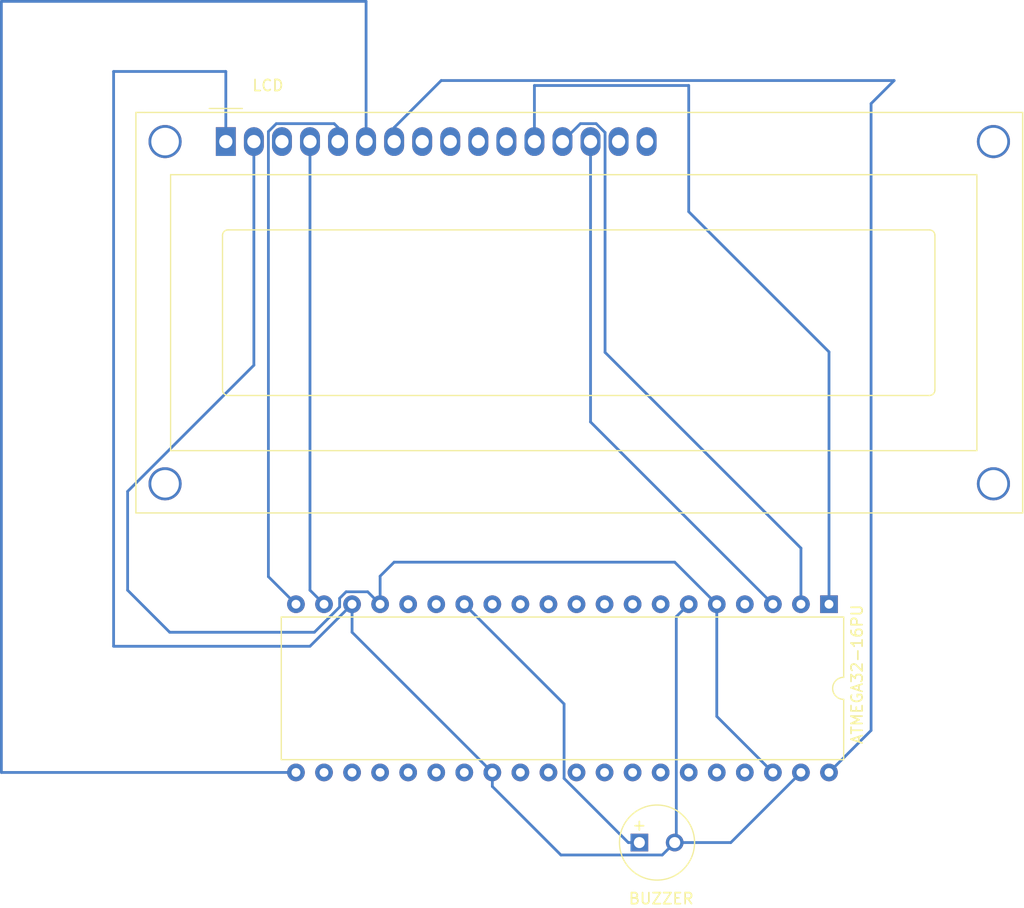
<source format=kicad_pcb>
(kicad_pcb (version 20171130) (host pcbnew "(5.1.9)-1")

  (general
    (thickness 1.6)
    (drawings 0)
    (tracks 67)
    (zones 0)
    (modules 3)
    (nets 43)
  )

  (page A4)
  (layers
    (0 F.Cu signal)
    (31 B.Cu signal)
    (32 B.Adhes user)
    (33 F.Adhes user)
    (34 B.Paste user)
    (35 F.Paste user)
    (36 B.SilkS user)
    (37 F.SilkS user)
    (38 B.Mask user)
    (39 F.Mask user)
    (40 Dwgs.User user)
    (41 Cmts.User user)
    (42 Eco1.User user)
    (43 Eco2.User user)
    (44 Edge.Cuts user)
    (45 Margin user)
    (46 B.CrtYd user)
    (47 F.CrtYd user)
    (48 B.Fab user)
    (49 F.Fab user)
  )

  (setup
    (last_trace_width 0.25)
    (trace_clearance 0.2)
    (zone_clearance 0.508)
    (zone_45_only no)
    (trace_min 0.2)
    (via_size 0.8)
    (via_drill 0.4)
    (via_min_size 0.4)
    (via_min_drill 0.3)
    (uvia_size 0.3)
    (uvia_drill 0.1)
    (uvias_allowed no)
    (uvia_min_size 0.2)
    (uvia_min_drill 0.1)
    (edge_width 0.05)
    (segment_width 0.2)
    (pcb_text_width 0.3)
    (pcb_text_size 1.5 1.5)
    (mod_edge_width 0.12)
    (mod_text_size 1 1)
    (mod_text_width 0.15)
    (pad_size 1.524 1.524)
    (pad_drill 0.762)
    (pad_to_mask_clearance 0)
    (aux_axis_origin 0 0)
    (visible_elements FFFFFF7F)
    (pcbplotparams
      (layerselection 0x010fc_ffffffff)
      (usegerberextensions false)
      (usegerberattributes true)
      (usegerberadvancedattributes true)
      (creategerberjobfile true)
      (excludeedgelayer true)
      (linewidth 0.100000)
      (plotframeref false)
      (viasonmask false)
      (mode 1)
      (useauxorigin false)
      (hpglpennumber 1)
      (hpglpenspeed 20)
      (hpglpendiameter 15.000000)
      (psnegative false)
      (psa4output false)
      (plotreference true)
      (plotvalue true)
      (plotinvisibletext false)
      (padsonsilk false)
      (subtractmaskfromsilk false)
      (outputformat 1)
      (mirror false)
      (drillshape 1)
      (scaleselection 1)
      (outputdirectory ""))
  )

  (net 0 "")
  (net 1 GND)
  (net 2 "Net-(BZ1-Pad1)")
  (net 3 "Net-(DS1-Pad16)")
  (net 4 "Net-(DS1-Pad15)")
  (net 5 "Net-(DS1-Pad14)")
  (net 6 "Net-(DS1-Pad13)")
  (net 7 "Net-(DS1-Pad12)")
  (net 8 "Net-(DS1-Pad11)")
  (net 9 "Net-(DS1-Pad10)")
  (net 10 "Net-(DS1-Pad9)")
  (net 11 "Net-(DS1-Pad8)")
  (net 12 "Net-(DS1-Pad7)")
  (net 13 "Net-(DS1-Pad6)")
  (net 14 "Net-(DS1-Pad5)")
  (net 15 "Net-(DS1-Pad4)")
  (net 16 "Net-(DS1-Pad3)")
  (net 17 VCC)
  (net 18 "Net-(U1-Pad37)")
  (net 19 "Net-(U1-Pad36)")
  (net 20 "Net-(U1-Pad35)")
  (net 21 "Net-(U1-Pad34)")
  (net 22 "Net-(U1-Pad33)")
  (net 23 "Net-(U1-Pad32)")
  (net 24 "Net-(U1-Pad31)")
  (net 25 "Net-(U1-Pad30)")
  (net 26 "Net-(U1-Pad29)")
  (net 27 "Net-(U1-Pad27)")
  (net 28 "Net-(U1-Pad26)")
  (net 29 "Net-(U1-Pad25)")
  (net 30 "Net-(U1-Pad24)")
  (net 31 "Net-(U1-Pad23)")
  (net 32 "Net-(U1-Pad22)")
  (net 33 "Net-(U1-Pad16)")
  (net 34 "Net-(U1-Pad15)")
  (net 35 "Net-(U1-Pad13)")
  (net 36 "Net-(U1-Pad12)")
  (net 37 "Net-(U1-Pad11)")
  (net 38 "Net-(U1-Pad10)")
  (net 39 "Net-(U1-Pad9)")
  (net 40 "Net-(U1-Pad8)")
  (net 41 "Net-(U1-Pad7)")
  (net 42 "Net-(U1-Pad4)")

  (net_class Default "This is the default net class."
    (clearance 0.2)
    (trace_width 0.25)
    (via_dia 0.8)
    (via_drill 0.4)
    (uvia_dia 0.3)
    (uvia_drill 0.1)
    (add_net GND)
    (add_net "Net-(BZ1-Pad1)")
    (add_net "Net-(DS1-Pad10)")
    (add_net "Net-(DS1-Pad11)")
    (add_net "Net-(DS1-Pad12)")
    (add_net "Net-(DS1-Pad13)")
    (add_net "Net-(DS1-Pad14)")
    (add_net "Net-(DS1-Pad15)")
    (add_net "Net-(DS1-Pad16)")
    (add_net "Net-(DS1-Pad3)")
    (add_net "Net-(DS1-Pad4)")
    (add_net "Net-(DS1-Pad5)")
    (add_net "Net-(DS1-Pad6)")
    (add_net "Net-(DS1-Pad7)")
    (add_net "Net-(DS1-Pad8)")
    (add_net "Net-(DS1-Pad9)")
    (add_net "Net-(U1-Pad10)")
    (add_net "Net-(U1-Pad11)")
    (add_net "Net-(U1-Pad12)")
    (add_net "Net-(U1-Pad13)")
    (add_net "Net-(U1-Pad15)")
    (add_net "Net-(U1-Pad16)")
    (add_net "Net-(U1-Pad22)")
    (add_net "Net-(U1-Pad23)")
    (add_net "Net-(U1-Pad24)")
    (add_net "Net-(U1-Pad25)")
    (add_net "Net-(U1-Pad26)")
    (add_net "Net-(U1-Pad27)")
    (add_net "Net-(U1-Pad29)")
    (add_net "Net-(U1-Pad30)")
    (add_net "Net-(U1-Pad31)")
    (add_net "Net-(U1-Pad32)")
    (add_net "Net-(U1-Pad33)")
    (add_net "Net-(U1-Pad34)")
    (add_net "Net-(U1-Pad35)")
    (add_net "Net-(U1-Pad36)")
    (add_net "Net-(U1-Pad37)")
    (add_net "Net-(U1-Pad4)")
    (add_net "Net-(U1-Pad7)")
    (add_net "Net-(U1-Pad8)")
    (add_net "Net-(U1-Pad9)")
    (add_net VCC)
  )

  (module Package_DIP:DIP-40_W15.24mm (layer F.Cu) (tedit 5A02E8C5) (tstamp 60804D5D)
    (at 180.34 105.41 270)
    (descr "40-lead though-hole mounted DIP package, row spacing 15.24 mm (600 mils)")
    (tags "THT DIP DIL PDIP 2.54mm 15.24mm 600mil")
    (path /607FD81F)
    (fp_text reference ATMEGA32-16PU (at 6.35 -2.54 90) (layer F.SilkS)
      (effects (font (size 1 1) (thickness 0.15)))
    )
    (fp_text value ATmega32-16AU (at 0 7.45 90) (layer F.Fab)
      (effects (font (size 1 1) (thickness 0.15)))
    )
    (fp_text user %R (at 0 0 90) (layer F.Fab)
      (effects (font (size 1 1) (thickness 0.15)))
    )
    (fp_arc (start 7.62 -1.33) (end 6.62 -1.33) (angle -180) (layer F.SilkS) (width 0.12))
    (fp_line (start 1.255 -1.27) (end 14.985 -1.27) (layer F.Fab) (width 0.1))
    (fp_line (start 14.985 -1.27) (end 14.985 49.53) (layer F.Fab) (width 0.1))
    (fp_line (start 14.985 49.53) (end 0.255 49.53) (layer F.Fab) (width 0.1))
    (fp_line (start 0.255 49.53) (end 0.255 -0.27) (layer F.Fab) (width 0.1))
    (fp_line (start 0.255 -0.27) (end 1.255 -1.27) (layer F.Fab) (width 0.1))
    (fp_line (start 6.62 -1.33) (end 1.16 -1.33) (layer F.SilkS) (width 0.12))
    (fp_line (start 1.16 -1.33) (end 1.16 49.59) (layer F.SilkS) (width 0.12))
    (fp_line (start 1.16 49.59) (end 14.08 49.59) (layer F.SilkS) (width 0.12))
    (fp_line (start 14.08 49.59) (end 14.08 -1.33) (layer F.SilkS) (width 0.12))
    (fp_line (start 14.08 -1.33) (end 8.62 -1.33) (layer F.SilkS) (width 0.12))
    (fp_line (start -1.05 -1.55) (end -1.05 49.8) (layer F.CrtYd) (width 0.05))
    (fp_line (start -1.05 49.8) (end 16.3 49.8) (layer F.CrtYd) (width 0.05))
    (fp_line (start 16.3 49.8) (end 16.3 -1.55) (layer F.CrtYd) (width 0.05))
    (fp_line (start 16.3 -1.55) (end -1.05 -1.55) (layer F.CrtYd) (width 0.05))
    (pad 40 thru_hole oval (at 15.24 0 270) (size 1.6 1.6) (drill 0.8) (layers *.Cu *.Mask)
      (net 12 "Net-(DS1-Pad7)"))
    (pad 20 thru_hole oval (at 0 48.26 270) (size 1.6 1.6) (drill 0.8) (layers *.Cu *.Mask)
      (net 14 "Net-(DS1-Pad5)"))
    (pad 39 thru_hole oval (at 15.24 2.54 270) (size 1.6 1.6) (drill 0.8) (layers *.Cu *.Mask)
      (net 1 GND))
    (pad 19 thru_hole oval (at 0 45.72 270) (size 1.6 1.6) (drill 0.8) (layers *.Cu *.Mask)
      (net 15 "Net-(DS1-Pad4)"))
    (pad 38 thru_hole oval (at 15.24 5.08 270) (size 1.6 1.6) (drill 0.8) (layers *.Cu *.Mask)
      (net 17 VCC))
    (pad 18 thru_hole oval (at 0 43.18 270) (size 1.6 1.6) (drill 0.8) (layers *.Cu *.Mask)
      (net 1 GND))
    (pad 37 thru_hole oval (at 15.24 7.62 270) (size 1.6 1.6) (drill 0.8) (layers *.Cu *.Mask)
      (net 18 "Net-(U1-Pad37)"))
    (pad 17 thru_hole oval (at 0 40.64 270) (size 1.6 1.6) (drill 0.8) (layers *.Cu *.Mask)
      (net 17 VCC))
    (pad 36 thru_hole oval (at 15.24 10.16 270) (size 1.6 1.6) (drill 0.8) (layers *.Cu *.Mask)
      (net 19 "Net-(U1-Pad36)"))
    (pad 16 thru_hole oval (at 0 38.1 270) (size 1.6 1.6) (drill 0.8) (layers *.Cu *.Mask)
      (net 33 "Net-(U1-Pad16)"))
    (pad 35 thru_hole oval (at 15.24 12.7 270) (size 1.6 1.6) (drill 0.8) (layers *.Cu *.Mask)
      (net 20 "Net-(U1-Pad35)"))
    (pad 15 thru_hole oval (at 0 35.56 270) (size 1.6 1.6) (drill 0.8) (layers *.Cu *.Mask)
      (net 34 "Net-(U1-Pad15)"))
    (pad 34 thru_hole oval (at 15.24 15.24 270) (size 1.6 1.6) (drill 0.8) (layers *.Cu *.Mask)
      (net 21 "Net-(U1-Pad34)"))
    (pad 14 thru_hole oval (at 0 33.02 270) (size 1.6 1.6) (drill 0.8) (layers *.Cu *.Mask)
      (net 2 "Net-(BZ1-Pad1)"))
    (pad 33 thru_hole oval (at 15.24 17.78 270) (size 1.6 1.6) (drill 0.8) (layers *.Cu *.Mask)
      (net 22 "Net-(U1-Pad33)"))
    (pad 13 thru_hole oval (at 0 30.48 270) (size 1.6 1.6) (drill 0.8) (layers *.Cu *.Mask)
      (net 35 "Net-(U1-Pad13)"))
    (pad 32 thru_hole oval (at 15.24 20.32 270) (size 1.6 1.6) (drill 0.8) (layers *.Cu *.Mask)
      (net 23 "Net-(U1-Pad32)"))
    (pad 12 thru_hole oval (at 0 27.94 270) (size 1.6 1.6) (drill 0.8) (layers *.Cu *.Mask)
      (net 36 "Net-(U1-Pad12)"))
    (pad 31 thru_hole oval (at 15.24 22.86 270) (size 1.6 1.6) (drill 0.8) (layers *.Cu *.Mask)
      (net 24 "Net-(U1-Pad31)"))
    (pad 11 thru_hole oval (at 0 25.4 270) (size 1.6 1.6) (drill 0.8) (layers *.Cu *.Mask)
      (net 37 "Net-(U1-Pad11)"))
    (pad 30 thru_hole oval (at 15.24 25.4 270) (size 1.6 1.6) (drill 0.8) (layers *.Cu *.Mask)
      (net 25 "Net-(U1-Pad30)"))
    (pad 10 thru_hole oval (at 0 22.86 270) (size 1.6 1.6) (drill 0.8) (layers *.Cu *.Mask)
      (net 38 "Net-(U1-Pad10)"))
    (pad 29 thru_hole oval (at 15.24 27.94 270) (size 1.6 1.6) (drill 0.8) (layers *.Cu *.Mask)
      (net 26 "Net-(U1-Pad29)"))
    (pad 9 thru_hole oval (at 0 20.32 270) (size 1.6 1.6) (drill 0.8) (layers *.Cu *.Mask)
      (net 39 "Net-(U1-Pad9)"))
    (pad 28 thru_hole oval (at 15.24 30.48 270) (size 1.6 1.6) (drill 0.8) (layers *.Cu *.Mask)
      (net 1 GND))
    (pad 8 thru_hole oval (at 0 17.78 270) (size 1.6 1.6) (drill 0.8) (layers *.Cu *.Mask)
      (net 40 "Net-(U1-Pad8)"))
    (pad 27 thru_hole oval (at 15.24 33.02 270) (size 1.6 1.6) (drill 0.8) (layers *.Cu *.Mask)
      (net 27 "Net-(U1-Pad27)"))
    (pad 7 thru_hole oval (at 0 15.24 270) (size 1.6 1.6) (drill 0.8) (layers *.Cu *.Mask)
      (net 41 "Net-(U1-Pad7)"))
    (pad 26 thru_hole oval (at 15.24 35.56 270) (size 1.6 1.6) (drill 0.8) (layers *.Cu *.Mask)
      (net 28 "Net-(U1-Pad26)"))
    (pad 6 thru_hole oval (at 0 12.7 270) (size 1.6 1.6) (drill 0.8) (layers *.Cu *.Mask)
      (net 1 GND))
    (pad 25 thru_hole oval (at 15.24 38.1 270) (size 1.6 1.6) (drill 0.8) (layers *.Cu *.Mask)
      (net 29 "Net-(U1-Pad25)"))
    (pad 5 thru_hole oval (at 0 10.16 270) (size 1.6 1.6) (drill 0.8) (layers *.Cu *.Mask)
      (net 17 VCC))
    (pad 24 thru_hole oval (at 15.24 40.64 270) (size 1.6 1.6) (drill 0.8) (layers *.Cu *.Mask)
      (net 30 "Net-(U1-Pad24)"))
    (pad 4 thru_hole oval (at 0 7.62 270) (size 1.6 1.6) (drill 0.8) (layers *.Cu *.Mask)
      (net 42 "Net-(U1-Pad4)"))
    (pad 23 thru_hole oval (at 15.24 43.18 270) (size 1.6 1.6) (drill 0.8) (layers *.Cu *.Mask)
      (net 31 "Net-(U1-Pad23)"))
    (pad 3 thru_hole oval (at 0 5.08 270) (size 1.6 1.6) (drill 0.8) (layers *.Cu *.Mask)
      (net 5 "Net-(DS1-Pad14)"))
    (pad 22 thru_hole oval (at 15.24 45.72 270) (size 1.6 1.6) (drill 0.8) (layers *.Cu *.Mask)
      (net 32 "Net-(U1-Pad22)"))
    (pad 2 thru_hole oval (at 0 2.54 270) (size 1.6 1.6) (drill 0.8) (layers *.Cu *.Mask)
      (net 6 "Net-(DS1-Pad13)"))
    (pad 21 thru_hole oval (at 15.24 48.26 270) (size 1.6 1.6) (drill 0.8) (layers *.Cu *.Mask)
      (net 13 "Net-(DS1-Pad6)"))
    (pad 1 thru_hole rect (at 0 0 270) (size 1.6 1.6) (drill 0.8) (layers *.Cu *.Mask)
      (net 7 "Net-(DS1-Pad12)"))
    (model ${KISYS3DMOD}/Package_DIP.3dshapes/DIP-40_W15.24mm.wrl
      (at (xyz 0 0 0))
      (scale (xyz 1 1 1))
      (rotate (xyz 0 0 0))
    )
  )

  (module Display:WC1602A (layer F.Cu) (tedit 5A02FE80) (tstamp 60804D1A)
    (at 125.73 63.5)
    (descr "LCD 16x2 http://www.wincomlcd.com/pdf/WC1602A-SFYLYHTC06.pdf")
    (tags "LCD 16x2 Alphanumeric 16pin")
    (path /60800407)
    (fp_text reference LCD (at 3.81 -5.08) (layer F.SilkS)
      (effects (font (size 1 1) (thickness 0.15)))
    )
    (fp_text value WC1602A (at -4.31 34.66) (layer F.Fab)
      (effects (font (size 1 1) (thickness 0.15)))
    )
    (fp_arc (start 0.20066 8.49884) (end -0.29972 8.49884) (angle 90) (layer F.SilkS) (width 0.12))
    (fp_arc (start 0.20066 22.49932) (end 0.20066 22.9997) (angle 90) (layer F.SilkS) (width 0.12))
    (fp_arc (start 63.70066 22.49932) (end 64.20104 22.49932) (angle 90) (layer F.SilkS) (width 0.12))
    (fp_arc (start 63.7 8.5) (end 63.7 8) (angle 90) (layer F.SilkS) (width 0.12))
    (fp_text user %R (at 30.37 14.74) (layer F.Fab)
      (effects (font (size 1 1) (thickness 0.1)))
    )
    (fp_line (start -8.14 33.64) (end 72.14 33.64) (layer F.SilkS) (width 0.12))
    (fp_line (start 72.14 33.64) (end 72.14 -2.64) (layer F.SilkS) (width 0.12))
    (fp_line (start 72.14 -2.64) (end -7.34 -2.64) (layer F.SilkS) (width 0.12))
    (fp_line (start -8.14 -2.64) (end -8.14 33.64) (layer F.SilkS) (width 0.12))
    (fp_line (start -8.13 -2.64) (end -7.34 -2.64) (layer F.SilkS) (width 0.12))
    (fp_line (start -8.25 -2.75) (end -8.25 33.75) (layer F.CrtYd) (width 0.05))
    (fp_line (start -8.25 33.75) (end 72.25 33.75) (layer F.CrtYd) (width 0.05))
    (fp_line (start 72.25 -2.75) (end 72.25 33.75) (layer F.CrtYd) (width 0.05))
    (fp_line (start -1.5 -3) (end 1.5 -3) (layer F.SilkS) (width 0.12))
    (fp_line (start -8.25 -2.75) (end 72.25 -2.75) (layer F.CrtYd) (width 0.05))
    (fp_line (start 1 -2.5) (end 0 -1.5) (layer F.Fab) (width 0.1))
    (fp_line (start 0 -1.5) (end -1 -2.5) (layer F.Fab) (width 0.1))
    (fp_line (start -1 -2.5) (end -8 -2.5) (layer F.Fab) (width 0.1))
    (fp_line (start 0.2 8) (end 63.7 8) (layer F.SilkS) (width 0.12))
    (fp_line (start -0.29972 22.49932) (end -0.29972 8.5) (layer F.SilkS) (width 0.12))
    (fp_line (start 63.70066 23) (end 0.2 23) (layer F.SilkS) (width 0.12))
    (fp_line (start 64.2 8.5) (end 64.2 22.5) (layer F.SilkS) (width 0.12))
    (fp_line (start -5 3) (end 68 3) (layer F.SilkS) (width 0.12))
    (fp_line (start 68 3) (end 68 28) (layer F.SilkS) (width 0.12))
    (fp_line (start 68 28) (end -5 28) (layer F.SilkS) (width 0.12))
    (fp_line (start -5 28) (end -5 3) (layer F.SilkS) (width 0.12))
    (fp_line (start 1 -2.5) (end 72 -2.5) (layer F.Fab) (width 0.1))
    (fp_line (start 72 -2.5) (end 72 33.5) (layer F.Fab) (width 0.1))
    (fp_line (start 72 33.5) (end -8 33.5) (layer F.Fab) (width 0.1))
    (fp_line (start -8 33.5) (end -8 -2.5) (layer F.Fab) (width 0.1))
    (pad "" thru_hole circle (at 69.5 0) (size 3 3) (drill 2.5) (layers *.Cu *.Mask))
    (pad "" thru_hole circle (at 69.49948 31.0007) (size 3 3) (drill 2.5) (layers *.Cu *.Mask))
    (pad "" thru_hole circle (at -5.4991 31.0007) (size 3 3) (drill 2.5) (layers *.Cu *.Mask))
    (pad "" thru_hole circle (at -5.4991 0) (size 3 3) (drill 2.5) (layers *.Cu *.Mask))
    (pad 16 thru_hole oval (at 38.1 0) (size 1.8 2.6) (drill 1.2) (layers *.Cu *.Mask)
      (net 3 "Net-(DS1-Pad16)"))
    (pad 15 thru_hole oval (at 35.56 0) (size 1.8 2.6) (drill 1.2) (layers *.Cu *.Mask)
      (net 4 "Net-(DS1-Pad15)"))
    (pad 14 thru_hole oval (at 33.02 0) (size 1.8 2.6) (drill 1.2) (layers *.Cu *.Mask)
      (net 5 "Net-(DS1-Pad14)"))
    (pad 13 thru_hole oval (at 30.48 0) (size 1.8 2.6) (drill 1.2) (layers *.Cu *.Mask)
      (net 6 "Net-(DS1-Pad13)"))
    (pad 12 thru_hole oval (at 27.94 0) (size 1.8 2.6) (drill 1.2) (layers *.Cu *.Mask)
      (net 7 "Net-(DS1-Pad12)"))
    (pad 11 thru_hole oval (at 25.4 0) (size 1.8 2.6) (drill 1.2) (layers *.Cu *.Mask)
      (net 8 "Net-(DS1-Pad11)"))
    (pad 10 thru_hole oval (at 22.86 0) (size 1.8 2.6) (drill 1.2) (layers *.Cu *.Mask)
      (net 9 "Net-(DS1-Pad10)"))
    (pad 9 thru_hole oval (at 20.32 0) (size 1.8 2.6) (drill 1.2) (layers *.Cu *.Mask)
      (net 10 "Net-(DS1-Pad9)"))
    (pad 8 thru_hole oval (at 17.78 0) (size 1.8 2.6) (drill 1.2) (layers *.Cu *.Mask)
      (net 11 "Net-(DS1-Pad8)"))
    (pad 7 thru_hole oval (at 15.24 0) (size 1.8 2.6) (drill 1.2) (layers *.Cu *.Mask)
      (net 12 "Net-(DS1-Pad7)"))
    (pad 6 thru_hole oval (at 12.7 0) (size 1.8 2.6) (drill 1.2) (layers *.Cu *.Mask)
      (net 13 "Net-(DS1-Pad6)"))
    (pad 5 thru_hole oval (at 10.16 0) (size 1.8 2.6) (drill 1.2) (layers *.Cu *.Mask)
      (net 14 "Net-(DS1-Pad5)"))
    (pad 4 thru_hole oval (at 7.62 0) (size 1.8 2.6) (drill 1.2) (layers *.Cu *.Mask)
      (net 15 "Net-(DS1-Pad4)"))
    (pad 3 thru_hole oval (at 5.08 0) (size 1.8 2.6) (drill 1.2) (layers *.Cu *.Mask)
      (net 16 "Net-(DS1-Pad3)"))
    (pad 2 thru_hole oval (at 2.54 0) (size 1.8 2.6) (drill 1.2) (layers *.Cu *.Mask)
      (net 17 VCC))
    (pad 1 thru_hole rect (at 0 0) (size 1.8 2.6) (drill 1.2) (layers *.Cu *.Mask)
      (net 1 GND))
    (model ${KISYS3DMOD}/Display.3dshapes/WC1602A.wrl
      (at (xyz 0 0 0))
      (scale (xyz 1 1 1))
      (rotate (xyz 0 0 0))
    )
  )

  (module Buzzer_Beeper:MagneticBuzzer_Kingstate_KCG0601 (layer F.Cu) (tedit 5A030281) (tstamp 60804CE4)
    (at 163.17 127)
    (descr "Buzzer, Elektromagnetic Beeper, Summer,")
    (tags "Kingstate KCG0601 ")
    (path /607FECD0)
    (fp_text reference " BUZZER" (at 1.6 5.08) (layer F.SilkS)
      (effects (font (size 1 1) (thickness 0.15)))
    )
    (fp_text value Buzzer (at 1.6 4.4) (layer F.Fab)
      (effects (font (size 1 1) (thickness 0.15)))
    )
    (fp_text user %R (at 1.6 -4.2) (layer F.Fab)
      (effects (font (size 1 1) (thickness 0.15)))
    )
    (fp_text user + (at 0 -1.6) (layer F.Fab)
      (effects (font (size 1 1) (thickness 0.15)))
    )
    (fp_text user + (at 0 -1.6) (layer F.SilkS)
      (effects (font (size 1 1) (thickness 0.15)))
    )
    (fp_circle (center 1.6 0) (end 5.15 0) (layer F.CrtYd) (width 0.05))
    (fp_circle (center 1.6 0) (end 4.9 0) (layer F.Fab) (width 0.1))
    (fp_circle (center 1.6 0) (end 2.4 0) (layer F.Fab) (width 0.1))
    (fp_circle (center 1.6 0) (end 5 0) (layer F.SilkS) (width 0.12))
    (pad 2 thru_hole circle (at 3.2 0) (size 1.6 1.6) (drill 1) (layers *.Cu *.Mask)
      (net 1 GND))
    (pad 1 thru_hole rect (at 0 0) (size 1.6 1.6) (drill 1) (layers *.Cu *.Mask)
      (net 2 "Net-(BZ1-Pad1)"))
    (model ${KISYS3DMOD}/Buzzer_Beeper.3dshapes/MagneticBuzzer_Kingstate_KCG0601.wrl
      (at (xyz 0 0 0))
      (scale (xyz 1 1 1))
      (rotate (xyz 0 0 0))
    )
  )

  (segment (start 125.73 63.5) (end 125.73 57.15) (width 0.25) (layer B.Cu) (net 1))
  (segment (start 125.73 57.15) (end 115.57 57.15) (width 0.25) (layer B.Cu) (net 1))
  (segment (start 115.57 57.15) (end 115.57 109.22) (width 0.25) (layer B.Cu) (net 1))
  (segment (start 133.35 109.22) (end 137.16 105.41) (width 0.25) (layer B.Cu) (net 1))
  (segment (start 115.57 109.22) (end 133.35 109.22) (width 0.25) (layer B.Cu) (net 1))
  (segment (start 166.514999 126.855001) (end 166.37 127) (width 0.25) (layer B.Cu) (net 1))
  (segment (start 166.514999 106.535001) (end 166.514999 126.855001) (width 0.25) (layer B.Cu) (net 1))
  (segment (start 167.64 105.41) (end 166.514999 106.535001) (width 0.25) (layer B.Cu) (net 1))
  (segment (start 171.45 127) (end 166.37 127) (width 0.25) (layer B.Cu) (net 1))
  (segment (start 177.8 120.65) (end 171.45 127) (width 0.25) (layer B.Cu) (net 1))
  (segment (start 149.86 120.65) (end 149.86 121.92) (width 0.25) (layer B.Cu) (net 1))
  (segment (start 165.244999 128.125001) (end 166.37 127) (width 0.25) (layer B.Cu) (net 1))
  (segment (start 156.065001 128.125001) (end 165.244999 128.125001) (width 0.25) (layer B.Cu) (net 1))
  (segment (start 149.86 121.92) (end 156.065001 128.125001) (width 0.25) (layer B.Cu) (net 1))
  (segment (start 137.16 107.95) (end 149.86 120.65) (width 0.25) (layer B.Cu) (net 1))
  (segment (start 137.16 105.41) (end 137.16 107.95) (width 0.25) (layer B.Cu) (net 1))
  (segment (start 156.354999 121.190001) (end 162.164998 127) (width 0.25) (layer B.Cu) (net 2))
  (segment (start 156.354999 114.444999) (end 156.354999 121.190001) (width 0.25) (layer B.Cu) (net 2))
  (segment (start 162.164998 127) (end 163.17 127) (width 0.25) (layer B.Cu) (net 2))
  (segment (start 147.32 105.41) (end 156.354999 114.444999) (width 0.25) (layer B.Cu) (net 2))
  (segment (start 158.75 88.9) (end 175.26 105.41) (width 0.25) (layer B.Cu) (net 5))
  (segment (start 158.75 63.5) (end 158.75 88.9) (width 0.25) (layer B.Cu) (net 5))
  (segment (start 160.06499 62.682565) (end 160.06499 82.59499) (width 0.25) (layer B.Cu) (net 6))
  (segment (start 159.257415 61.87499) (end 160.06499 62.682565) (width 0.25) (layer B.Cu) (net 6))
  (segment (start 157.83501 61.87499) (end 159.257415 61.87499) (width 0.25) (layer B.Cu) (net 6))
  (segment (start 156.21 63.5) (end 157.83501 61.87499) (width 0.25) (layer B.Cu) (net 6))
  (segment (start 177.8 100.33) (end 177.8 105.41) (width 0.25) (layer B.Cu) (net 6))
  (segment (start 160.06499 82.59499) (end 177.8 100.33) (width 0.25) (layer B.Cu) (net 6))
  (segment (start 180.34 82.55) (end 180.34 105.41) (width 0.25) (layer B.Cu) (net 7))
  (segment (start 167.64 69.85) (end 180.34 82.55) (width 0.25) (layer B.Cu) (net 7))
  (segment (start 167.64 58.42) (end 167.64 69.85) (width 0.25) (layer B.Cu) (net 7))
  (segment (start 153.67 58.42) (end 167.64 58.42) (width 0.25) (layer B.Cu) (net 7))
  (segment (start 153.67 63.5) (end 153.67 58.42) (width 0.25) (layer B.Cu) (net 7))
  (segment (start 140.97 63.5) (end 140.97 62.23) (width 0.25) (layer B.Cu) (net 12))
  (segment (start 145.23001 57.96999) (end 186.23999 57.96999) (width 0.25) (layer B.Cu) (net 12))
  (segment (start 140.97 62.23) (end 145.23001 57.96999) (width 0.25) (layer B.Cu) (net 12))
  (segment (start 186.23999 57.96999) (end 184.15 60.05998) (width 0.25) (layer B.Cu) (net 12))
  (segment (start 184.15 116.84) (end 180.34 120.65) (width 0.25) (layer B.Cu) (net 12))
  (segment (start 184.15 60.05998) (end 184.15 116.84) (width 0.25) (layer B.Cu) (net 12))
  (segment (start 105.41 120.65) (end 132.08 120.65) (width 0.25) (layer B.Cu) (net 13))
  (segment (start 105.41 50.8) (end 105.41 120.65) (width 0.25) (layer B.Cu) (net 13))
  (segment (start 138.43 50.8) (end 105.41 50.8) (width 0.25) (layer B.Cu) (net 13))
  (segment (start 138.43 63.5) (end 138.43 50.8) (width 0.25) (layer B.Cu) (net 13))
  (segment (start 135.89 63.5) (end 135.89 62.23) (width 0.25) (layer B.Cu) (net 14))
  (segment (start 129.58499 102.91499) (end 132.08 105.41) (width 0.25) (layer B.Cu) (net 14))
  (segment (start 129.58499 62.592585) (end 129.58499 102.91499) (width 0.25) (layer B.Cu) (net 14))
  (segment (start 130.302585 61.87499) (end 129.58499 62.592585) (width 0.25) (layer B.Cu) (net 14))
  (segment (start 135.53499 61.87499) (end 130.302585 61.87499) (width 0.25) (layer B.Cu) (net 14))
  (segment (start 135.89 62.23) (end 135.53499 61.87499) (width 0.25) (layer B.Cu) (net 14))
  (segment (start 133.35 104.14) (end 134.62 105.41) (width 0.25) (layer B.Cu) (net 15))
  (segment (start 133.35 63.5) (end 133.35 104.14) (width 0.25) (layer B.Cu) (net 15))
  (segment (start 128.27 83.760598) (end 116.84 95.190598) (width 0.25) (layer B.Cu) (net 17))
  (segment (start 128.27 63.5) (end 128.27 83.760598) (width 0.25) (layer B.Cu) (net 17))
  (segment (start 116.84 104.14) (end 120.65 107.95) (width 0.25) (layer B.Cu) (net 17))
  (segment (start 116.84 95.190598) (end 116.84 104.14) (width 0.25) (layer B.Cu) (net 17))
  (segment (start 138.574999 104.284999) (end 139.7 105.41) (width 0.25) (layer B.Cu) (net 17))
  (segment (start 136.034999 104.869999) (end 136.619999 104.284999) (width 0.25) (layer B.Cu) (net 17))
  (segment (start 136.619999 104.284999) (end 138.574999 104.284999) (width 0.25) (layer B.Cu) (net 17))
  (segment (start 136.034999 105.660003) (end 136.034999 104.869999) (width 0.25) (layer B.Cu) (net 17))
  (segment (start 133.745002 107.95) (end 136.034999 105.660003) (width 0.25) (layer B.Cu) (net 17))
  (segment (start 120.65 107.95) (end 133.745002 107.95) (width 0.25) (layer B.Cu) (net 17))
  (segment (start 139.7 105.41) (end 139.7 102.87) (width 0.25) (layer B.Cu) (net 17))
  (segment (start 139.7 102.87) (end 140.97 101.6) (width 0.25) (layer B.Cu) (net 17))
  (segment (start 166.37 101.6) (end 170.18 105.41) (width 0.25) (layer B.Cu) (net 17))
  (segment (start 140.97 101.6) (end 166.37 101.6) (width 0.25) (layer B.Cu) (net 17))
  (segment (start 170.18 115.57) (end 175.26 120.65) (width 0.25) (layer B.Cu) (net 17))
  (segment (start 170.18 105.41) (end 170.18 115.57) (width 0.25) (layer B.Cu) (net 17))

)

</source>
